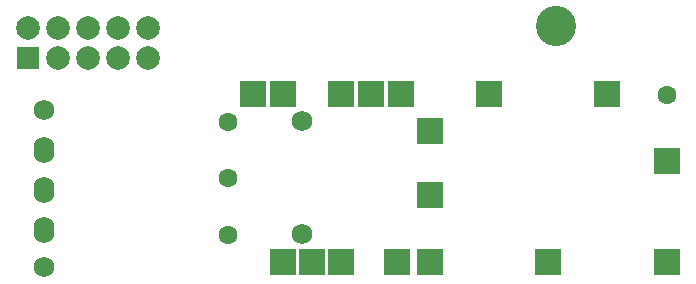
<source format=gbs>
G04 Layer_Color=16711935*
%FSLAX24Y24*%
%MOIN*%
G70*
G01*
G75*
%ADD34C,0.0680*%
%ADD35O,0.0680X0.0880*%
%ADD36C,0.0631*%
%ADD37R,0.0867X0.0867*%
%ADD38C,0.0690*%
%ADD39C,0.0789*%
%ADD40R,0.0719X0.0719*%
%ADD41C,0.1340*%
D34*
X2630Y480D02*
D03*
Y5710D02*
D03*
D35*
Y1720D02*
D03*
Y3040D02*
D03*
Y4380D02*
D03*
D36*
X8750Y1550D02*
D03*
X23371Y6221D02*
D03*
X8750Y5330D02*
D03*
Y3440D02*
D03*
D37*
X14504Y6250D02*
D03*
X11550Y640D02*
D03*
X15490D02*
D03*
X19430D02*
D03*
X12530D02*
D03*
X14380D02*
D03*
X23370D02*
D03*
X15490Y2880D02*
D03*
Y5000D02*
D03*
X17460Y6250D02*
D03*
X21400D02*
D03*
X23370Y4020D02*
D03*
X13520Y6250D02*
D03*
X12530D02*
D03*
X10570D02*
D03*
X9580D02*
D03*
X10570Y640D02*
D03*
D38*
X11225Y1565D02*
D03*
X11206Y5355D02*
D03*
D39*
X2100Y8450D02*
D03*
X3100D02*
D03*
X4100D02*
D03*
X5100D02*
D03*
X6100D02*
D03*
Y7450D02*
D03*
X5100D02*
D03*
X4100D02*
D03*
X3100D02*
D03*
D40*
X2100D02*
D03*
D41*
X19700Y8500D02*
D03*
M02*

</source>
